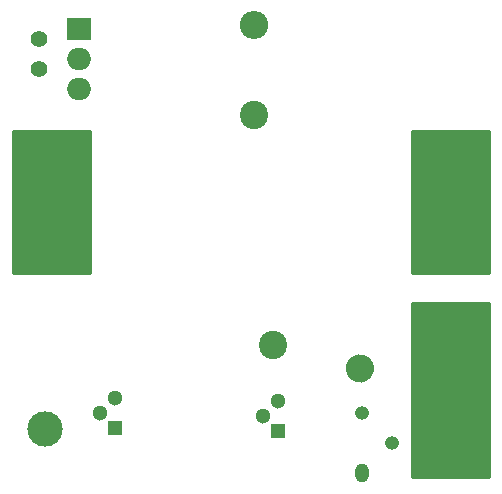
<source format=gbr>
%TF.GenerationSoftware,KiCad,Pcbnew,5.1.7-a382d34a88~89~ubuntu20.04.1*%
%TF.CreationDate,2021-11-17T19:13:42+01:00*%
%TF.ProjectId,miniWhip,6d696e69-5768-4697-902e-6b696361645f,rev?*%
%TF.SameCoordinates,Original*%
%TF.FileFunction,Soldermask,Bot*%
%TF.FilePolarity,Negative*%
%FSLAX46Y46*%
G04 Gerber Fmt 4.6, Leading zero omitted, Abs format (unit mm)*
G04 Created by KiCad (PCBNEW 5.1.7-a382d34a88~89~ubuntu20.04.1) date 2021-11-17 19:13:42*
%MOMM*%
%LPD*%
G01*
G04 APERTURE LIST*
%ADD10R,1.300000X1.300000*%
%ADD11C,1.300000*%
%ADD12C,1.400000*%
%ADD13O,2.000000X1.905000*%
%ADD14R,2.000000X1.905000*%
%ADD15O,2.400000X2.400000*%
%ADD16C,2.400000*%
%ADD17R,5.080000X1.500000*%
%ADD18C,3.000000*%
%ADD19O,1.200000X1.600000*%
%ADD20O,1.200000X1.200000*%
%ADD21C,0.254000*%
%ADD22C,0.100000*%
G04 APERTURE END LIST*
D10*
%TO.C,Q1*%
X39621000Y-66324000D03*
D11*
X39621000Y-63784000D03*
X38351000Y-65054000D03*
%TD*%
D12*
%TO.C,TP2*%
X33121000Y-35864000D03*
X33121000Y-33324000D03*
%TD*%
D13*
%TO.C,U2*%
X36521000Y-37604000D03*
X36521000Y-35064000D03*
D14*
X36521000Y-32524000D03*
%TD*%
D15*
%TO.C,R23*%
X51371000Y-32204000D03*
D16*
X51371000Y-39824000D03*
%TD*%
D17*
%TO.C,J6*%
X68471000Y-43124000D03*
X68471000Y-51624000D03*
%TD*%
%TO.C,J5*%
X33571000Y-51624000D03*
X33571000Y-43124000D03*
%TD*%
D18*
%TO.C,TP1*%
X33671000Y-66374000D03*
%TD*%
D17*
%TO.C,J4*%
X68471000Y-67424000D03*
X68471000Y-58924000D03*
%TD*%
D10*
%TO.C,Q2*%
X53421000Y-66574000D03*
D11*
X53421000Y-64034000D03*
X52151000Y-65304000D03*
%TD*%
D19*
%TO.C,Q3*%
X60471000Y-70074000D03*
D20*
X63011000Y-67534000D03*
X60471000Y-64994000D03*
%TD*%
D16*
%TO.C,R19*%
X52971000Y-59274000D03*
G36*
G01*
X59172244Y-60935618D02*
X59172244Y-60935618D01*
G75*
G02*
X60641938Y-60087090I1159111J-310583D01*
G01*
X60641938Y-60087090D01*
G75*
G02*
X61490466Y-61556784I-310583J-1159111D01*
G01*
X61490466Y-61556784D01*
G75*
G02*
X60020772Y-62405312I-1159111J310583D01*
G01*
X60020772Y-62405312D01*
G75*
G02*
X59172244Y-60935618I310583J1159111D01*
G01*
G37*
%TD*%
D21*
X71244000Y-70447000D02*
X64748000Y-70447000D01*
X64748000Y-55701000D01*
X71244000Y-55701000D01*
X71244000Y-70447000D01*
D22*
G36*
X71244000Y-70447000D02*
G01*
X64748000Y-70447000D01*
X64748000Y-55701000D01*
X71244000Y-55701000D01*
X71244000Y-70447000D01*
G37*
D21*
X71244000Y-53197000D02*
X64748000Y-53197000D01*
X64748000Y-41153062D01*
X71244000Y-41153062D01*
X71244000Y-53197000D01*
D22*
G36*
X71244000Y-53197000D02*
G01*
X64748000Y-53197000D01*
X64748000Y-41153062D01*
X71244000Y-41153062D01*
X71244000Y-53197000D01*
G37*
D21*
X37494000Y-53197000D02*
X30998000Y-53197000D01*
X30998000Y-41153062D01*
X37494000Y-41153062D01*
X37494000Y-53197000D01*
D22*
G36*
X37494000Y-53197000D02*
G01*
X30998000Y-53197000D01*
X30998000Y-41153062D01*
X37494000Y-41153062D01*
X37494000Y-53197000D01*
G37*
M02*

</source>
